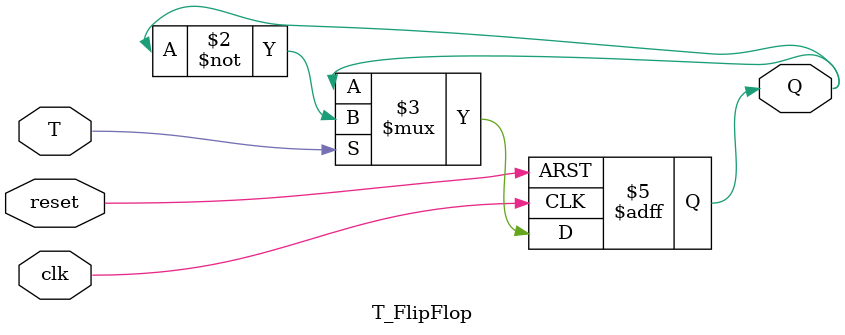
<source format=v>
`timescale 1ns / 1ps


module T_FlipFlop(clk,reset,T,Q);

    input wire clk;
    input wire reset;
    input wire T;
    output reg Q;


    always @(posedge clk or posedge reset) begin
        if (reset) begin
            Q <= 1'b0;
        end else begin
            if (T) begin
                Q <= ~Q;
            end
        end
    end
endmodule

</source>
